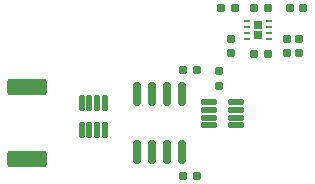
<source format=gbr>
%TF.GenerationSoftware,KiCad,Pcbnew,8.0.1*%
%TF.CreationDate,2025-02-04T12:10:18-05:00*%
%TF.ProjectId,diff_amp_breakout,64696666-5f61-46d7-905f-627265616b6f,rev?*%
%TF.SameCoordinates,Original*%
%TF.FileFunction,Paste,Top*%
%TF.FilePolarity,Positive*%
%FSLAX46Y46*%
G04 Gerber Fmt 4.6, Leading zero omitted, Abs format (unit mm)*
G04 Created by KiCad (PCBNEW 8.0.1) date 2025-02-04 12:10:18*
%MOMM*%
%LPD*%
G01*
G04 APERTURE LIST*
G04 Aperture macros list*
%AMRoundRect*
0 Rectangle with rounded corners*
0 $1 Rounding radius*
0 $2 $3 $4 $5 $6 $7 $8 $9 X,Y pos of 4 corners*
0 Add a 4 corners polygon primitive as box body*
4,1,4,$2,$3,$4,$5,$6,$7,$8,$9,$2,$3,0*
0 Add four circle primitives for the rounded corners*
1,1,$1+$1,$2,$3*
1,1,$1+$1,$4,$5*
1,1,$1+$1,$6,$7*
1,1,$1+$1,$8,$9*
0 Add four rect primitives between the rounded corners*
20,1,$1+$1,$2,$3,$4,$5,0*
20,1,$1+$1,$4,$5,$6,$7,0*
20,1,$1+$1,$6,$7,$8,$9,0*
20,1,$1+$1,$8,$9,$2,$3,0*%
G04 Aperture macros list end*
%ADD10RoundRect,0.125000X0.537500X0.125000X-0.537500X0.125000X-0.537500X-0.125000X0.537500X-0.125000X0*%
%ADD11RoundRect,0.160000X0.160000X-0.197500X0.160000X0.197500X-0.160000X0.197500X-0.160000X-0.197500X0*%
%ADD12RoundRect,0.160000X-0.197500X-0.160000X0.197500X-0.160000X0.197500X0.160000X-0.197500X0.160000X0*%
%ADD13R,0.750000X0.650000*%
%ADD14RoundRect,0.062500X0.187500X0.062500X-0.187500X0.062500X-0.187500X-0.062500X0.187500X-0.062500X0*%
%ADD15RoundRect,0.160000X0.197500X0.160000X-0.197500X0.160000X-0.197500X-0.160000X0.197500X-0.160000X0*%
%ADD16RoundRect,0.155000X-0.212500X-0.155000X0.212500X-0.155000X0.212500X0.155000X-0.212500X0.155000X0*%
%ADD17RoundRect,0.155000X0.155000X-0.212500X0.155000X0.212500X-0.155000X0.212500X-0.155000X-0.212500X0*%
%ADD18RoundRect,0.155000X-0.155000X0.212500X-0.155000X-0.212500X0.155000X-0.212500X0.155000X0.212500X0*%
%ADD19RoundRect,0.150000X-0.150000X0.825000X-0.150000X-0.825000X0.150000X-0.825000X0.150000X0.825000X0*%
%ADD20RoundRect,0.125000X0.125000X-0.537500X0.125000X0.537500X-0.125000X0.537500X-0.125000X-0.537500X0*%
%ADD21RoundRect,0.249999X-1.425001X0.450001X-1.425001X-0.450001X1.425001X-0.450001X1.425001X0.450001X0*%
G04 APERTURE END LIST*
D10*
%TO.C,RN2*%
X111373500Y-64475000D03*
X111373500Y-63825000D03*
X111373500Y-63175000D03*
X111373500Y-62525000D03*
X109098500Y-62525000D03*
X109098500Y-63175000D03*
X109098500Y-63825000D03*
X109098500Y-64475000D03*
%TD*%
D11*
%TO.C,R6*%
X110000000Y-61097500D03*
X110000000Y-59902500D03*
%TD*%
D12*
%TO.C,R5*%
X106902500Y-59750000D03*
X108097500Y-59750000D03*
%TD*%
D13*
%TO.C,U3*%
X113250000Y-56800000D03*
X113250000Y-56000000D03*
D14*
X114200000Y-57150000D03*
X114200000Y-56650000D03*
X114200000Y-56150000D03*
X114200000Y-55650000D03*
X112300000Y-55650000D03*
X112300000Y-56150000D03*
X112300000Y-56650000D03*
X112300000Y-57150000D03*
%TD*%
D12*
%TO.C,R4*%
X110152500Y-54500000D03*
X111347500Y-54500000D03*
%TD*%
%TO.C,R3*%
X112902500Y-54500000D03*
X114097500Y-54500000D03*
%TD*%
D15*
%TO.C,R2*%
X114097500Y-58400000D03*
X112902500Y-58400000D03*
%TD*%
D16*
%TO.C,C5*%
X115932500Y-54500000D03*
X117067500Y-54500000D03*
%TD*%
D17*
%TO.C,C4*%
X111000000Y-58317500D03*
X111000000Y-57182500D03*
%TD*%
%TO.C,C3*%
X115750000Y-58317500D03*
X115750000Y-57182500D03*
%TD*%
D16*
%TO.C,C2*%
X106932500Y-68750000D03*
X108067500Y-68750000D03*
%TD*%
D18*
%TO.C,C1*%
X116750000Y-57182500D03*
X116750000Y-58317500D03*
%TD*%
D19*
%TO.C,U1*%
X106807000Y-61787000D03*
X105537000Y-61787000D03*
X104267000Y-61787000D03*
X102997000Y-61787000D03*
X102997000Y-66737000D03*
X104267000Y-66737000D03*
X105537000Y-66737000D03*
X106807000Y-66737000D03*
%TD*%
D20*
%TO.C,RN1*%
X98339000Y-64891500D03*
X98989000Y-64891500D03*
X99639000Y-64891500D03*
X100289000Y-64891500D03*
X100289000Y-62616500D03*
X99639000Y-62616500D03*
X98989000Y-62616500D03*
X98339000Y-62616500D03*
%TD*%
D21*
%TO.C,R1*%
X93726000Y-61212000D03*
X93726000Y-67312000D03*
%TD*%
M02*

</source>
